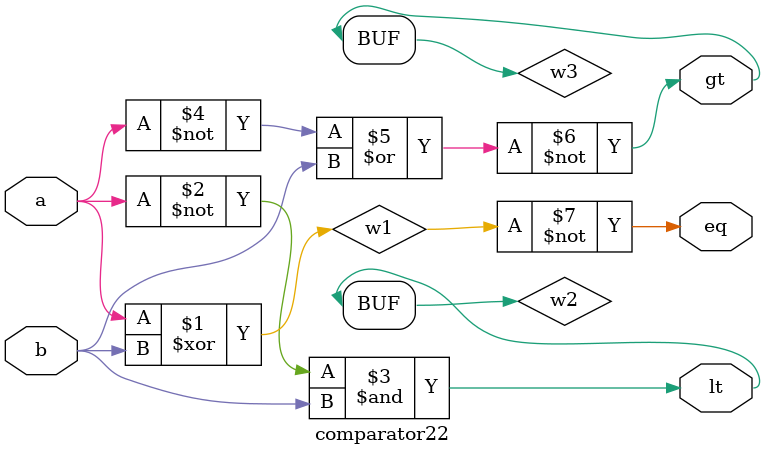
<source format=v>
module comparator22 (input a, input b, output eq, output gt, output lt);

    wire w1,w2,w3;

    xor u_xor(w1, a, b); // A != B
    and u_and(w2, ~a, b); // A < B
    nor u_nor(w3, ~a, b); // A > B

    assign eq = ~w1;
    assign gt = w3;
    assign lt = w2;

endmodule

</source>
